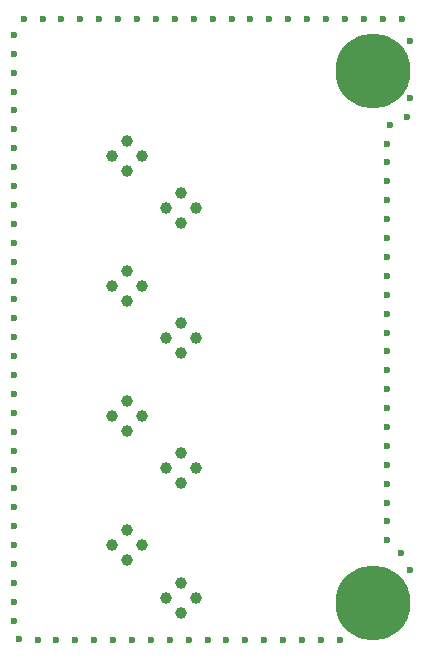
<source format=gbr>
G04*
G04 #@! TF.GenerationSoftware,Altium Limited,Altium Designer,24.1.2 (44)*
G04*
G04 Layer_Color=255*
%FSLAX44Y44*%
%MOMM*%
G71*
G04*
G04 #@! TF.SameCoordinates,1B47F422-010E-43AE-BF46-818BA779A623*
G04*
G04*
G04 #@! TF.FilePolarity,Positive*
G04*
G01*
G75*
%ADD28C,1.0000*%
%ADD29C,6.3500*%
%ADD30C,0.6000*%
D28*
X100500Y71800D02*
D03*
X87800Y84500D02*
D03*
X113200D02*
D03*
X100500Y97200D02*
D03*
X146300Y27100D02*
D03*
X133600Y39800D02*
D03*
X159000D02*
D03*
X146300Y52500D02*
D03*
X100500Y427200D02*
D03*
X113200Y414500D02*
D03*
X87800D02*
D03*
X100500Y401800D02*
D03*
X146300Y382500D02*
D03*
X159000Y369800D02*
D03*
X133600D02*
D03*
X146300Y357100D02*
D03*
X100500Y317200D02*
D03*
X113200Y304500D02*
D03*
X87800D02*
D03*
X100500Y291800D02*
D03*
X146300Y272500D02*
D03*
X159000Y259800D02*
D03*
X133600D02*
D03*
X146300Y247100D02*
D03*
X100500Y207200D02*
D03*
X113200Y194500D02*
D03*
X87800D02*
D03*
X100500Y181800D02*
D03*
X146300Y162500D02*
D03*
X159000Y149800D02*
D03*
X133600D02*
D03*
X146300Y137100D02*
D03*
X325164Y469836D02*
D03*
X292836D02*
D03*
Y502164D02*
D03*
X325164D02*
D03*
X331860Y486000D02*
D03*
X309000Y463140D02*
D03*
X286140Y486000D02*
D03*
X309000Y508860D02*
D03*
X325164Y19835D02*
D03*
X292836D02*
D03*
Y52165D02*
D03*
X325164D02*
D03*
X331860Y36000D02*
D03*
X309000Y13140D02*
D03*
X286140Y36000D02*
D03*
X309000Y58860D02*
D03*
D29*
Y486000D02*
D03*
Y36000D02*
D03*
D30*
X333114Y530371D02*
D03*
X317114Y530356D02*
D03*
X301114D02*
D03*
X285114D02*
D03*
X269114D02*
D03*
X253114D02*
D03*
X237114D02*
D03*
X221114D02*
D03*
X205114D02*
D03*
X189114D02*
D03*
X173114D02*
D03*
X157114D02*
D03*
X141114D02*
D03*
X125114D02*
D03*
X109114D02*
D03*
X93114D02*
D03*
X77114D02*
D03*
X61114D02*
D03*
X45114D02*
D03*
X29114D02*
D03*
X13114D02*
D03*
X4644Y516782D02*
D03*
Y500782D02*
D03*
Y484782D02*
D03*
Y468782D02*
D03*
Y452782D02*
D03*
Y436782D02*
D03*
Y420782D02*
D03*
Y404782D02*
D03*
Y388782D02*
D03*
Y372782D02*
D03*
Y356782D02*
D03*
Y340782D02*
D03*
Y324782D02*
D03*
Y308782D02*
D03*
Y292782D02*
D03*
Y276782D02*
D03*
Y260782D02*
D03*
Y244782D02*
D03*
Y228782D02*
D03*
Y212782D02*
D03*
Y196782D02*
D03*
Y180782D02*
D03*
Y164782D02*
D03*
Y148782D02*
D03*
Y132782D02*
D03*
Y116782D02*
D03*
Y100782D02*
D03*
Y84782D02*
D03*
Y68782D02*
D03*
Y52782D02*
D03*
Y36782D02*
D03*
Y20782D02*
D03*
X8860Y5348D02*
D03*
X24845Y4644D02*
D03*
X40845D02*
D03*
X56845D02*
D03*
X72845D02*
D03*
X88845D02*
D03*
X104845D02*
D03*
X120845D02*
D03*
X136845D02*
D03*
X152845D02*
D03*
X168845D02*
D03*
X184845D02*
D03*
X200845D02*
D03*
X216845D02*
D03*
X232845D02*
D03*
X248845D02*
D03*
X264845D02*
D03*
X280845D02*
D03*
X340335Y63779D02*
D03*
X332650Y77812D02*
D03*
X321004Y88783D02*
D03*
X320356Y104770D02*
D03*
Y120770D02*
D03*
Y136770D02*
D03*
Y152770D02*
D03*
Y168770D02*
D03*
Y184770D02*
D03*
Y200770D02*
D03*
Y216770D02*
D03*
Y232770D02*
D03*
Y248770D02*
D03*
Y264770D02*
D03*
Y280770D02*
D03*
Y296770D02*
D03*
Y312770D02*
D03*
Y328770D02*
D03*
Y344770D02*
D03*
Y360770D02*
D03*
Y376770D02*
D03*
Y392770D02*
D03*
Y408770D02*
D03*
Y424770D02*
D03*
X323615Y440435D02*
D03*
X337961Y447520D02*
D03*
X340355Y463340D02*
D03*
Y511339D02*
D03*
M02*

</source>
